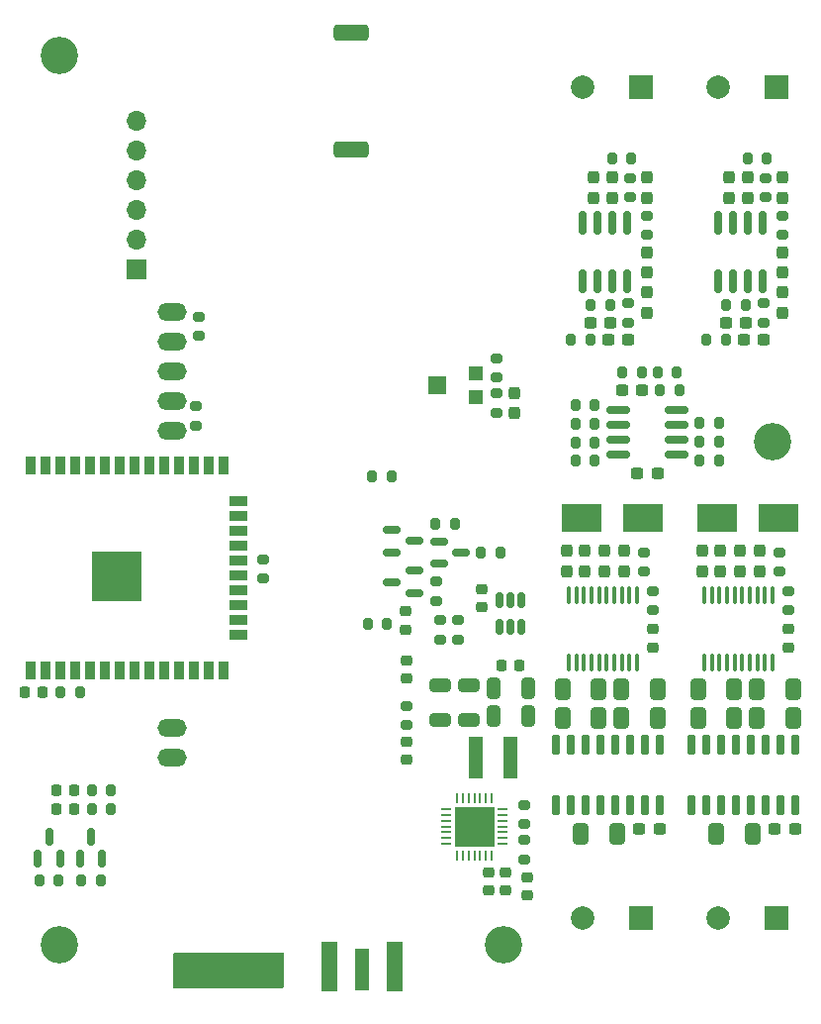
<source format=gts>
%TF.GenerationSoftware,KiCad,Pcbnew,(6.0.11)*%
%TF.CreationDate,2023-03-05T15:40:12+01:00*%
%TF.ProjectId,OBSPro,4f425350-726f-42e6-9b69-6361645f7063,rev?*%
%TF.SameCoordinates,PX7270e00PY2255100*%
%TF.FileFunction,Soldermask,Top*%
%TF.FilePolarity,Negative*%
%FSLAX46Y46*%
G04 Gerber Fmt 4.6, Leading zero omitted, Abs format (unit mm)*
G04 Created by KiCad (PCBNEW (6.0.11)) date 2023-03-05 15:40:12*
%MOMM*%
%LPD*%
G01*
G04 APERTURE LIST*
G04 Aperture macros list*
%AMRoundRect*
0 Rectangle with rounded corners*
0 $1 Rounding radius*
0 $2 $3 $4 $5 $6 $7 $8 $9 X,Y pos of 4 corners*
0 Add a 4 corners polygon primitive as box body*
4,1,4,$2,$3,$4,$5,$6,$7,$8,$9,$2,$3,0*
0 Add four circle primitives for the rounded corners*
1,1,$1+$1,$2,$3*
1,1,$1+$1,$4,$5*
1,1,$1+$1,$6,$7*
1,1,$1+$1,$8,$9*
0 Add four rect primitives between the rounded corners*
20,1,$1+$1,$2,$3,$4,$5,0*
20,1,$1+$1,$4,$5,$6,$7,0*
20,1,$1+$1,$6,$7,$8,$9,0*
20,1,$1+$1,$8,$9,$2,$3,0*%
G04 Aperture macros list end*
%ADD10R,1.270000X3.600000*%
%ADD11R,1.350000X4.200000*%
%ADD12RoundRect,0.062500X0.062500X-0.337500X0.062500X0.337500X-0.062500X0.337500X-0.062500X-0.337500X0*%
%ADD13RoundRect,0.062500X0.337500X-0.062500X0.337500X0.062500X-0.337500X0.062500X-0.337500X-0.062500X0*%
%ADD14R,3.350000X3.350000*%
%ADD15RoundRect,0.200000X-0.275000X0.200000X-0.275000X-0.200000X0.275000X-0.200000X0.275000X0.200000X0*%
%ADD16RoundRect,0.237500X0.300000X0.237500X-0.300000X0.237500X-0.300000X-0.237500X0.300000X-0.237500X0*%
%ADD17RoundRect,0.237500X-0.300000X-0.237500X0.300000X-0.237500X0.300000X0.237500X-0.300000X0.237500X0*%
%ADD18RoundRect,0.200000X0.200000X0.275000X-0.200000X0.275000X-0.200000X-0.275000X0.200000X-0.275000X0*%
%ADD19C,3.200000*%
%ADD20RoundRect,0.350000X1.150000X0.350000X-1.150000X0.350000X-1.150000X-0.350000X1.150000X-0.350000X0*%
%ADD21RoundRect,0.237500X-0.237500X0.300000X-0.237500X-0.300000X0.237500X-0.300000X0.237500X0.300000X0*%
%ADD22RoundRect,0.200000X-0.200000X-0.275000X0.200000X-0.275000X0.200000X0.275000X-0.200000X0.275000X0*%
%ADD23RoundRect,0.250000X0.650000X-0.325000X0.650000X0.325000X-0.650000X0.325000X-0.650000X-0.325000X0*%
%ADD24RoundRect,0.225000X0.225000X0.250000X-0.225000X0.250000X-0.225000X-0.250000X0.225000X-0.250000X0*%
%ADD25RoundRect,0.250000X0.412500X0.650000X-0.412500X0.650000X-0.412500X-0.650000X0.412500X-0.650000X0*%
%ADD26RoundRect,0.150000X-0.587500X-0.150000X0.587500X-0.150000X0.587500X0.150000X-0.587500X0.150000X0*%
%ADD27RoundRect,0.218750X-0.218750X-0.256250X0.218750X-0.256250X0.218750X0.256250X-0.218750X0.256250X0*%
%ADD28R,1.700000X1.700000*%
%ADD29O,1.700000X1.700000*%
%ADD30RoundRect,0.225000X-0.250000X0.225000X-0.250000X-0.225000X0.250000X-0.225000X0.250000X0.225000X0*%
%ADD31RoundRect,0.200000X0.275000X-0.200000X0.275000X0.200000X-0.275000X0.200000X-0.275000X-0.200000X0*%
%ADD32RoundRect,0.237500X0.237500X-0.300000X0.237500X0.300000X-0.237500X0.300000X-0.237500X-0.300000X0*%
%ADD33RoundRect,0.150000X0.587500X0.150000X-0.587500X0.150000X-0.587500X-0.150000X0.587500X-0.150000X0*%
%ADD34R,1.150000X3.600000*%
%ADD35RoundRect,0.150000X-0.150000X0.725000X-0.150000X-0.725000X0.150000X-0.725000X0.150000X0.725000X0*%
%ADD36RoundRect,0.218750X-0.256250X0.218750X-0.256250X-0.218750X0.256250X-0.218750X0.256250X0.218750X0*%
%ADD37RoundRect,0.218750X0.256250X-0.218750X0.256250X0.218750X-0.256250X0.218750X-0.256250X-0.218750X0*%
%ADD38RoundRect,0.225000X0.250000X-0.225000X0.250000X0.225000X-0.250000X0.225000X-0.250000X-0.225000X0*%
%ADD39O,2.500000X1.500000*%
%ADD40RoundRect,0.100000X-0.100000X0.637500X-0.100000X-0.637500X0.100000X-0.637500X0.100000X0.637500X0*%
%ADD41R,2.000000X2.000000*%
%ADD42C,2.000000*%
%ADD43R,3.500000X2.400000*%
%ADD44RoundRect,0.150000X0.150000X-0.587500X0.150000X0.587500X-0.150000X0.587500X-0.150000X-0.587500X0*%
%ADD45RoundRect,0.150000X-0.150000X0.825000X-0.150000X-0.825000X0.150000X-0.825000X0.150000X0.825000X0*%
%ADD46RoundRect,0.150000X0.825000X0.150000X-0.825000X0.150000X-0.825000X-0.150000X0.825000X-0.150000X0*%
%ADD47R,0.900000X1.500000*%
%ADD48R,1.500000X0.900000*%
%ADD49C,0.475000*%
%ADD50R,4.200000X4.200000*%
%ADD51RoundRect,0.150000X0.150000X-0.512500X0.150000X0.512500X-0.150000X0.512500X-0.150000X-0.512500X0*%
%ADD52RoundRect,0.250000X0.325000X0.650000X-0.325000X0.650000X-0.325000X-0.650000X0.325000X-0.650000X0*%
%ADD53R,1.200000X1.200000*%
%ADD54R,1.500000X1.600000*%
G04 APERTURE END LIST*
D10*
%TO.C,REF\u002A\u002A*%
X29900000Y-82100000D03*
D11*
X32725000Y-81900000D03*
X27075000Y-81900000D03*
%TD*%
D12*
%TO.C,U4*%
X38000000Y-72350000D03*
X38500000Y-72350000D03*
X39000000Y-72350000D03*
X39500000Y-72350000D03*
X40000000Y-72350000D03*
X40500000Y-72350000D03*
X41000000Y-72350000D03*
D13*
X41950000Y-71400000D03*
X41950000Y-70900000D03*
X41950000Y-70400000D03*
X41950000Y-69900000D03*
X41950000Y-69400000D03*
X41950000Y-68900000D03*
X41950000Y-68400000D03*
D12*
X41000000Y-67450000D03*
X40500000Y-67450000D03*
X40000000Y-67450000D03*
X39500000Y-67450000D03*
X39000000Y-67450000D03*
X38500000Y-67450000D03*
X38000000Y-67450000D03*
D13*
X37050000Y-68400000D03*
X37050000Y-68900000D03*
X37050000Y-69400000D03*
X37050000Y-69900000D03*
X37050000Y-70400000D03*
X37050000Y-70900000D03*
X37050000Y-71400000D03*
D14*
X39500000Y-69900000D03*
%TD*%
D15*
%TO.C,R52*%
X54800000Y-49775000D03*
X54800000Y-51425000D03*
%TD*%
D16*
%TO.C,C45*%
X55362500Y-70100000D03*
X53637500Y-70100000D03*
%TD*%
D17*
%TO.C,C58*%
X49437500Y-26800000D03*
X51162500Y-26800000D03*
%TD*%
D18*
%TO.C,R18*%
X3925000Y-74500000D03*
X2275000Y-74500000D03*
%TD*%
%TO.C,R30*%
X57025000Y-32600000D03*
X55375000Y-32600000D03*
%TD*%
D19*
%TO.C,H3*%
X42000000Y-80000000D03*
%TD*%
D15*
%TO.C,R40*%
X64300000Y-25175000D03*
X64300000Y-26825000D03*
%TD*%
D20*
%TO.C,AE1*%
X29000000Y-12000000D03*
X29000000Y-2000000D03*
%TD*%
D21*
%TO.C,C56*%
X51300000Y-14437500D03*
X51300000Y-16162500D03*
%TD*%
D22*
%TO.C,R28*%
X58775000Y-38600000D03*
X60425000Y-38600000D03*
%TD*%
D23*
%TO.C,C11*%
X36600000Y-60775000D03*
X36600000Y-57825000D03*
%TD*%
D15*
%TO.C,R47*%
X64400000Y-14475000D03*
X64400000Y-16125000D03*
%TD*%
D24*
%TO.C,C20*%
X2575000Y-58420000D03*
X1025000Y-58420000D03*
%TD*%
D18*
%TO.C,R43*%
X64525000Y-12800000D03*
X62875000Y-12800000D03*
%TD*%
D25*
%TO.C,C27*%
X63362500Y-70500000D03*
X60237500Y-70500000D03*
%TD*%
D26*
%TO.C,Q4*%
X32462500Y-44550000D03*
X32462500Y-46450000D03*
X34337500Y-45500000D03*
%TD*%
D27*
%TO.C,D3*%
X3700000Y-66800000D03*
X5275000Y-66800000D03*
%TD*%
D15*
%TO.C,R44*%
X66400000Y-49775000D03*
X66400000Y-51425000D03*
%TD*%
%TO.C,R4*%
X33700000Y-59575000D03*
X33700000Y-61225000D03*
%TD*%
D28*
%TO.C,J4*%
X10600000Y-22300000D03*
D29*
X10600000Y-19760000D03*
X10600000Y-17220000D03*
X10600000Y-14680000D03*
X10600000Y-12140000D03*
X10600000Y-9600000D03*
%TD*%
D30*
%TO.C,C17*%
X44000000Y-74225000D03*
X44000000Y-75775000D03*
%TD*%
D22*
%TO.C,R32*%
X48175000Y-33900000D03*
X49825000Y-33900000D03*
%TD*%
D31*
%TO.C,R54*%
X54000000Y-48125000D03*
X54000000Y-46475000D03*
%TD*%
D25*
%TO.C,C52*%
X55162500Y-58200000D03*
X52037500Y-58200000D03*
%TD*%
D17*
%TO.C,C41*%
X61037500Y-26800000D03*
X62762500Y-26800000D03*
%TD*%
D18*
%TO.C,R6*%
X32025000Y-52600000D03*
X30375000Y-52600000D03*
%TD*%
D30*
%TO.C,C19*%
X40700000Y-73825000D03*
X40700000Y-75375000D03*
%TD*%
D15*
%TO.C,R35*%
X41400000Y-29875000D03*
X41400000Y-31525000D03*
%TD*%
D22*
%TO.C,R33*%
X48175000Y-37100000D03*
X49825000Y-37100000D03*
%TD*%
D17*
%TO.C,C24*%
X53437500Y-39700000D03*
X55162500Y-39700000D03*
%TD*%
D18*
%TO.C,R29*%
X49825000Y-38600000D03*
X48175000Y-38600000D03*
%TD*%
D32*
%TO.C,C34*%
X62200000Y-48062500D03*
X62200000Y-46337500D03*
%TD*%
D15*
%TO.C,R48*%
X52700000Y-25175000D03*
X52700000Y-26825000D03*
%TD*%
D33*
%TO.C,Q6*%
X34337500Y-49950000D03*
X34337500Y-48050000D03*
X32462500Y-49000000D03*
%TD*%
D31*
%TO.C,R21*%
X15900000Y-27945000D03*
X15900000Y-26295000D03*
%TD*%
%TO.C,R46*%
X65600000Y-48125000D03*
X65600000Y-46475000D03*
%TD*%
D22*
%TO.C,R19*%
X5875000Y-74500000D03*
X7525000Y-74500000D03*
%TD*%
D16*
%TO.C,C22*%
X53862500Y-32600000D03*
X52137500Y-32600000D03*
%TD*%
D22*
%TO.C,R10*%
X30775000Y-40000000D03*
X32425000Y-40000000D03*
%TD*%
D34*
%TO.C,L2*%
X42575000Y-64000000D03*
X39625000Y-64000000D03*
%TD*%
D22*
%TO.C,R45*%
X61075000Y-25300000D03*
X62725000Y-25300000D03*
%TD*%
D18*
%TO.C,R34*%
X56825000Y-31100000D03*
X55175000Y-31100000D03*
%TD*%
D32*
%TO.C,C59*%
X48900000Y-48062500D03*
X48900000Y-46337500D03*
%TD*%
D15*
%TO.C,R39*%
X41400000Y-32875000D03*
X41400000Y-34525000D03*
%TD*%
D35*
%TO.C,U13*%
X55345000Y-62925000D03*
X54075000Y-62925000D03*
X52805000Y-62925000D03*
X51535000Y-62925000D03*
X50265000Y-62925000D03*
X48995000Y-62925000D03*
X47725000Y-62925000D03*
X46455000Y-62925000D03*
X46455000Y-68075000D03*
X47725000Y-68075000D03*
X48995000Y-68075000D03*
X50265000Y-68075000D03*
X51535000Y-68075000D03*
X52805000Y-68075000D03*
X54075000Y-68075000D03*
X55345000Y-68075000D03*
%TD*%
D32*
%TO.C,C51*%
X50600000Y-48062500D03*
X50600000Y-46337500D03*
%TD*%
D22*
%TO.C,R11*%
X4075000Y-58420000D03*
X5725000Y-58420000D03*
%TD*%
D15*
%TO.C,R55*%
X52800000Y-14475000D03*
X52800000Y-16125000D03*
%TD*%
D36*
%TO.C,D1*%
X33600000Y-51512500D03*
X33600000Y-53087500D03*
%TD*%
D22*
%TO.C,R53*%
X49475000Y-25300000D03*
X51125000Y-25300000D03*
%TD*%
D37*
%TO.C,D6*%
X66400000Y-54587500D03*
X66400000Y-53012500D03*
%TD*%
D18*
%TO.C,R8*%
X8412500Y-66800000D03*
X6762500Y-66800000D03*
%TD*%
D21*
%TO.C,C32*%
X61300000Y-14437500D03*
X61300000Y-16162500D03*
%TD*%
D19*
%TO.C,H4*%
X65000000Y-37000000D03*
%TD*%
D25*
%TO.C,C48*%
X50162500Y-60600000D03*
X47037500Y-60600000D03*
%TD*%
D18*
%TO.C,R38*%
X53825000Y-31100000D03*
X52175000Y-31100000D03*
%TD*%
%TO.C,R42*%
X61025000Y-28300000D03*
X59375000Y-28300000D03*
%TD*%
D38*
%TO.C,C5*%
X33700000Y-57275000D03*
X33700000Y-55725000D03*
%TD*%
D22*
%TO.C,R31*%
X58775000Y-35400000D03*
X60425000Y-35400000D03*
%TD*%
D39*
%TO.C,J2*%
X13600000Y-36100000D03*
X13600000Y-33560000D03*
X13600000Y-31020000D03*
X13600000Y-28480000D03*
X13600000Y-25940000D03*
%TD*%
D30*
%TO.C,C18*%
X42200000Y-73825000D03*
X42200000Y-75375000D03*
%TD*%
D26*
%TO.C,Q3*%
X36462500Y-45550000D03*
X36462500Y-47450000D03*
X38337500Y-46500000D03*
%TD*%
D40*
%TO.C,U12*%
X53425000Y-50137500D03*
X52775000Y-50137500D03*
X52125000Y-50137500D03*
X51475000Y-50137500D03*
X50825000Y-50137500D03*
X50175000Y-50137500D03*
X49525000Y-50137500D03*
X48875000Y-50137500D03*
X48225000Y-50137500D03*
X47575000Y-50137500D03*
X47575000Y-55862500D03*
X48225000Y-55862500D03*
X48875000Y-55862500D03*
X49525000Y-55862500D03*
X50175000Y-55862500D03*
X50825000Y-55862500D03*
X51475000Y-55862500D03*
X52125000Y-55862500D03*
X52775000Y-55862500D03*
X53425000Y-55862500D03*
%TD*%
D18*
%TO.C,R36*%
X60425000Y-37000000D03*
X58775000Y-37000000D03*
%TD*%
D15*
%TO.C,R27*%
X36200000Y-48975000D03*
X36200000Y-50625000D03*
%TD*%
D30*
%TO.C,C6*%
X33700000Y-62625000D03*
X33700000Y-64175000D03*
%TD*%
D37*
%TO.C,D7*%
X54800000Y-54587500D03*
X54800000Y-53012500D03*
%TD*%
D21*
%TO.C,C49*%
X49700000Y-14437500D03*
X49700000Y-16162500D03*
%TD*%
D41*
%TO.C,LS1*%
X65400000Y-77700000D03*
D42*
X60400000Y-77700000D03*
%TD*%
D21*
%TO.C,C55*%
X54300000Y-20837500D03*
X54300000Y-22562500D03*
%TD*%
D25*
%TO.C,C31*%
X61762500Y-60600000D03*
X58637500Y-60600000D03*
%TD*%
D19*
%TO.C,H2*%
X4000000Y-4000000D03*
%TD*%
D39*
%TO.C,BT1*%
X13600000Y-63990000D03*
X13600000Y-61450000D03*
%TD*%
D43*
%TO.C,Y1*%
X65500000Y-43500000D03*
X60300000Y-43500000D03*
%TD*%
D31*
%TO.C,R7*%
X36600000Y-53925000D03*
X36600000Y-52275000D03*
%TD*%
D44*
%TO.C,Q2*%
X5750000Y-72637500D03*
X7650000Y-72637500D03*
X6700000Y-70762500D03*
%TD*%
D16*
%TO.C,C37*%
X64262500Y-28300000D03*
X62537500Y-28300000D03*
%TD*%
%TO.C,C28*%
X66962500Y-70100000D03*
X65237500Y-70100000D03*
%TD*%
D45*
%TO.C,U11*%
X52605000Y-18325000D03*
X51335000Y-18325000D03*
X50065000Y-18325000D03*
X48795000Y-18325000D03*
X48795000Y-23275000D03*
X50065000Y-23275000D03*
X51335000Y-23275000D03*
X52605000Y-23275000D03*
%TD*%
D18*
%TO.C,R37*%
X49825000Y-35500000D03*
X48175000Y-35500000D03*
%TD*%
D25*
%TO.C,C35*%
X66762500Y-58200000D03*
X63637500Y-58200000D03*
%TD*%
D16*
%TO.C,C54*%
X52662500Y-28300000D03*
X50937500Y-28300000D03*
%TD*%
D25*
%TO.C,C36*%
X61762500Y-58200000D03*
X58637500Y-58200000D03*
%TD*%
D46*
%TO.C,U6*%
X56775000Y-38105000D03*
X56775000Y-36835000D03*
X56775000Y-35565000D03*
X56775000Y-34295000D03*
X51825000Y-34295000D03*
X51825000Y-35565000D03*
X51825000Y-36835000D03*
X51825000Y-38105000D03*
%TD*%
D18*
%TO.C,R50*%
X49425000Y-28300000D03*
X47775000Y-28300000D03*
%TD*%
%TO.C,R1*%
X8425000Y-68400000D03*
X6775000Y-68400000D03*
%TD*%
D21*
%TO.C,C43*%
X65900000Y-14437500D03*
X65900000Y-16162500D03*
%TD*%
D31*
%TO.C,R12*%
X43800000Y-72725000D03*
X43800000Y-71075000D03*
%TD*%
D21*
%TO.C,C23*%
X42900000Y-32837500D03*
X42900000Y-34562500D03*
%TD*%
D31*
%TO.C,R20*%
X15700000Y-35645000D03*
X15700000Y-33995000D03*
%TD*%
D47*
%TO.C,U5*%
X1565000Y-56570000D03*
X2835000Y-56570000D03*
X4105000Y-56570000D03*
X5375000Y-56570000D03*
X6645000Y-56570000D03*
X7915000Y-56570000D03*
X9185000Y-56570000D03*
X10455000Y-56570000D03*
X11725000Y-56570000D03*
X12995000Y-56570000D03*
X14265000Y-56570000D03*
X15535000Y-56570000D03*
X16805000Y-56570000D03*
X18075000Y-56570000D03*
D48*
X19325000Y-53530000D03*
X19325000Y-52260000D03*
X19325000Y-50990000D03*
X19325000Y-49720000D03*
X19325000Y-48450000D03*
X19325000Y-47180000D03*
X19325000Y-45910000D03*
X19325000Y-44640000D03*
X19325000Y-43370000D03*
X19325000Y-42100000D03*
D47*
X18075000Y-39070000D03*
X16805000Y-39070000D03*
X15535000Y-39070000D03*
X14265000Y-39070000D03*
X12995000Y-39070000D03*
X11725000Y-39070000D03*
X10455000Y-39070000D03*
X9185000Y-39070000D03*
X7915000Y-39070000D03*
X6645000Y-39070000D03*
X5375000Y-39070000D03*
X4105000Y-39070000D03*
X2835000Y-39070000D03*
X1565000Y-39070000D03*
D49*
X8905000Y-47737500D03*
X10430000Y-47737500D03*
X10430000Y-49262500D03*
X8142500Y-50025000D03*
X7380000Y-49262500D03*
X9667500Y-46975000D03*
X9667500Y-48500000D03*
X9667500Y-50025000D03*
X8142500Y-46975000D03*
X8142500Y-48500000D03*
X7380000Y-47737500D03*
D50*
X8905000Y-48500000D03*
D49*
X8905000Y-49262500D03*
%TD*%
D32*
%TO.C,C57*%
X47400000Y-48062500D03*
X47400000Y-46337500D03*
%TD*%
D21*
%TO.C,C46*%
X54300000Y-24237500D03*
X54300000Y-25962500D03*
%TD*%
%TO.C,C39*%
X62900000Y-14437500D03*
X62900000Y-16162500D03*
%TD*%
D15*
%TO.C,R49*%
X54300000Y-17675000D03*
X54300000Y-19325000D03*
%TD*%
D41*
%TO.C,LS2*%
X65400000Y-6700000D03*
D42*
X60400000Y-6700000D03*
%TD*%
D23*
%TO.C,C10*%
X39000000Y-60775000D03*
X39000000Y-57825000D03*
%TD*%
D51*
%TO.C,U2*%
X41650000Y-52837500D03*
X42600000Y-52837500D03*
X43550000Y-52837500D03*
X43550000Y-50562500D03*
X42600000Y-50562500D03*
X41650000Y-50562500D03*
%TD*%
D21*
%TO.C,C38*%
X65900000Y-20837500D03*
X65900000Y-22562500D03*
%TD*%
D52*
%TO.C,C13*%
X44075000Y-58070000D03*
X41125000Y-58070000D03*
%TD*%
D25*
%TO.C,C53*%
X50162500Y-58200000D03*
X47037500Y-58200000D03*
%TD*%
D45*
%TO.C,U8*%
X64205000Y-18325000D03*
X62935000Y-18325000D03*
X61665000Y-18325000D03*
X60395000Y-18325000D03*
X60395000Y-23275000D03*
X61665000Y-23275000D03*
X62935000Y-23275000D03*
X64205000Y-23275000D03*
%TD*%
D44*
%TO.C,Q1*%
X2150000Y-72637500D03*
X4050000Y-72637500D03*
X3100000Y-70762500D03*
%TD*%
D27*
%TO.C,D2*%
X3712500Y-68400000D03*
X5287500Y-68400000D03*
%TD*%
D32*
%TO.C,C40*%
X59000000Y-48062500D03*
X59000000Y-46337500D03*
%TD*%
D53*
%TO.C,RV1*%
X39600000Y-33200000D03*
D54*
X36350000Y-32200000D03*
D53*
X39600000Y-31200000D03*
%TD*%
D24*
%TO.C,C14*%
X43375000Y-56100000D03*
X41825000Y-56100000D03*
%TD*%
D40*
%TO.C,U9*%
X65025000Y-50137500D03*
X64375000Y-50137500D03*
X63725000Y-50137500D03*
X63075000Y-50137500D03*
X62425000Y-50137500D03*
X61775000Y-50137500D03*
X61125000Y-50137500D03*
X60475000Y-50137500D03*
X59825000Y-50137500D03*
X59175000Y-50137500D03*
X59175000Y-55862500D03*
X59825000Y-55862500D03*
X60475000Y-55862500D03*
X61125000Y-55862500D03*
X61775000Y-55862500D03*
X62425000Y-55862500D03*
X63075000Y-55862500D03*
X63725000Y-55862500D03*
X64375000Y-55862500D03*
X65025000Y-55862500D03*
%TD*%
D32*
%TO.C,C42*%
X60500000Y-48062500D03*
X60500000Y-46337500D03*
%TD*%
D25*
%TO.C,C47*%
X55162500Y-60600000D03*
X52037500Y-60600000D03*
%TD*%
D31*
%TO.C,R17*%
X43800000Y-69725000D03*
X43800000Y-68075000D03*
%TD*%
D38*
%TO.C,C9*%
X40100000Y-51175000D03*
X40100000Y-49625000D03*
%TD*%
D32*
%TO.C,C50*%
X52300000Y-48062500D03*
X52300000Y-46337500D03*
%TD*%
D21*
%TO.C,C60*%
X54300000Y-14437500D03*
X54300000Y-16162500D03*
%TD*%
D18*
%TO.C,R51*%
X52925000Y-12800000D03*
X51275000Y-12800000D03*
%TD*%
D22*
%TO.C,R25*%
X36175000Y-44000000D03*
X37825000Y-44000000D03*
%TD*%
D25*
%TO.C,C44*%
X51762500Y-70500000D03*
X48637500Y-70500000D03*
%TD*%
%TO.C,C30*%
X66762500Y-60600000D03*
X63637500Y-60600000D03*
%TD*%
D32*
%TO.C,C33*%
X63900000Y-48062500D03*
X63900000Y-46337500D03*
%TD*%
D21*
%TO.C,C29*%
X65900000Y-24237500D03*
X65900000Y-25962500D03*
%TD*%
D52*
%TO.C,C12*%
X44075000Y-60470000D03*
X41125000Y-60470000D03*
%TD*%
D15*
%TO.C,R41*%
X65900000Y-17675000D03*
X65900000Y-19325000D03*
%TD*%
D19*
%TO.C,H1*%
X4000000Y-80000000D03*
%TD*%
D31*
%TO.C,R24*%
X21400000Y-48725000D03*
X21400000Y-47075000D03*
%TD*%
D15*
%TO.C,R9*%
X38100000Y-52275000D03*
X38100000Y-53925000D03*
%TD*%
D18*
%TO.C,R22*%
X41725000Y-46500000D03*
X40075000Y-46500000D03*
%TD*%
D35*
%TO.C,U10*%
X66945000Y-62925000D03*
X65675000Y-62925000D03*
X64405000Y-62925000D03*
X63135000Y-62925000D03*
X61865000Y-62925000D03*
X60595000Y-62925000D03*
X59325000Y-62925000D03*
X58055000Y-62925000D03*
X58055000Y-68075000D03*
X59325000Y-68075000D03*
X60595000Y-68075000D03*
X61865000Y-68075000D03*
X63135000Y-68075000D03*
X64405000Y-68075000D03*
X65675000Y-68075000D03*
X66945000Y-68075000D03*
%TD*%
D43*
%TO.C,Y2*%
X53900000Y-43500000D03*
X48700000Y-43500000D03*
%TD*%
D41*
%TO.C,LS3*%
X53800000Y-77700000D03*
D42*
X48800000Y-77700000D03*
%TD*%
D41*
%TO.C,LS4*%
X53800000Y-6700000D03*
D42*
X48800000Y-6700000D03*
%TD*%
G36*
X23159191Y-80718907D02*
G01*
X23195155Y-80768407D01*
X23200000Y-80799000D01*
X23200000Y-83601000D01*
X23181093Y-83659191D01*
X23131593Y-83695155D01*
X23101000Y-83700000D01*
X13799000Y-83700000D01*
X13740809Y-83681093D01*
X13704845Y-83631593D01*
X13700000Y-83601000D01*
X13700000Y-80799000D01*
X13718907Y-80740809D01*
X13768407Y-80704845D01*
X13799000Y-80700000D01*
X23101000Y-80700000D01*
X23159191Y-80718907D01*
G37*
M02*

</source>
